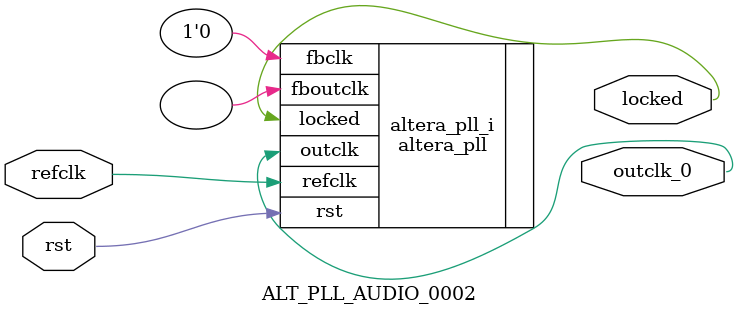
<source format=v>
`timescale 1ns/10ps
module  ALT_PLL_AUDIO_0002(

	// interface 'refclk'
	input wire refclk,

	// interface 'reset'
	input wire rst,

	// interface 'outclk0'
	output wire outclk_0,

	// interface 'locked'
	output wire locked
);

	altera_pll #(
		.fractional_vco_multiplier("true"),
		.reference_clock_frequency("50.0 MHz"),
		.operation_mode("normal"),
		.number_of_clocks(1),
		.output_clock_frequency0("18.432000 MHz"),
		.phase_shift0("0 ps"),
		.duty_cycle0(50),
		.output_clock_frequency1("0 MHz"),
		.phase_shift1("0 ps"),
		.duty_cycle1(50),
		.output_clock_frequency2("0 MHz"),
		.phase_shift2("0 ps"),
		.duty_cycle2(50),
		.output_clock_frequency3("0 MHz"),
		.phase_shift3("0 ps"),
		.duty_cycle3(50),
		.output_clock_frequency4("0 MHz"),
		.phase_shift4("0 ps"),
		.duty_cycle4(50),
		.output_clock_frequency5("0 MHz"),
		.phase_shift5("0 ps"),
		.duty_cycle5(50),
		.output_clock_frequency6("0 MHz"),
		.phase_shift6("0 ps"),
		.duty_cycle6(50),
		.output_clock_frequency7("0 MHz"),
		.phase_shift7("0 ps"),
		.duty_cycle7(50),
		.output_clock_frequency8("0 MHz"),
		.phase_shift8("0 ps"),
		.duty_cycle8(50),
		.output_clock_frequency9("0 MHz"),
		.phase_shift9("0 ps"),
		.duty_cycle9(50),
		.output_clock_frequency10("0 MHz"),
		.phase_shift10("0 ps"),
		.duty_cycle10(50),
		.output_clock_frequency11("0 MHz"),
		.phase_shift11("0 ps"),
		.duty_cycle11(50),
		.output_clock_frequency12("0 MHz"),
		.phase_shift12("0 ps"),
		.duty_cycle12(50),
		.output_clock_frequency13("0 MHz"),
		.phase_shift13("0 ps"),
		.duty_cycle13(50),
		.output_clock_frequency14("0 MHz"),
		.phase_shift14("0 ps"),
		.duty_cycle14(50),
		.output_clock_frequency15("0 MHz"),
		.phase_shift15("0 ps"),
		.duty_cycle15(50),
		.output_clock_frequency16("0 MHz"),
		.phase_shift16("0 ps"),
		.duty_cycle16(50),
		.output_clock_frequency17("0 MHz"),
		.phase_shift17("0 ps"),
		.duty_cycle17(50),
		.pll_type("General"),
		.pll_subtype("General")
	) altera_pll_i (
		.rst	(rst),
		.outclk	({outclk_0}),
		.locked	(locked),
		.fboutclk	( ),
		.fbclk	(1'b0),
		.refclk	(refclk)
	);
endmodule


</source>
